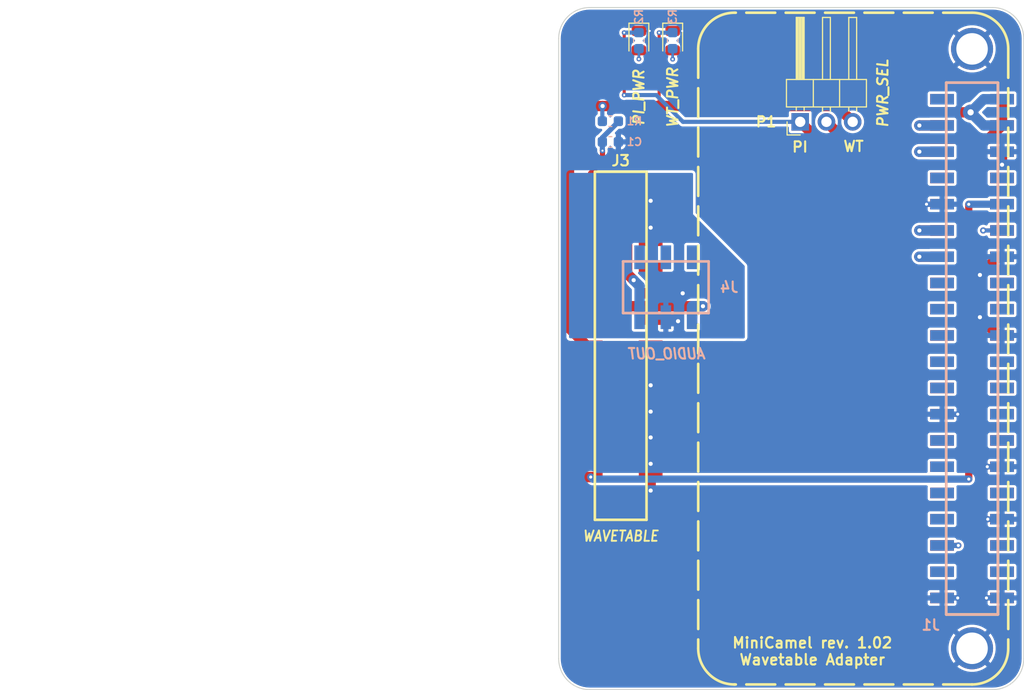
<source format=kicad_pcb>
(kicad_pcb (version 20241229) (generator "pcbnew") (generator_version "9.0")
  (layers (0 "F.Cu" signal) (2 "B.Cu" signal) (13 "F.Paste" user) (15 "B.Paste" user) (5 "F.SilkS" user "F.Silkscreen") (7 "B.SilkS" user "B.Silkscreen") (1 "F.Mask" user) (3 "B.Mask" user) (25 "Edge.Cuts" user))
  (net 0 "")
  (net 1 "Net-(J3-~{RESET})")
  (net 2 "GND")
  (net 3 "VCC")
  (net 4 "/SDA")
  (net 5 "/SCL")
  (net 8 "/MIDI_3.3V")
  (net 9 "/SYNTH_SW")
  (net 11 "/ROM_SW")
  (net 32 "VCC_PI")
  (net 35 "/I2S_BCLK")
  (net 52 "/I2S_LRCLK")
  (net 56 "VCC_WT")
  (net 57 "/AUDIO_L")
  (net 58 "AGND")
  (net 59 "/AUDIO_R")
  (net 70 "Net-(R2--)")
  (net 71 "Net-(R3--)")
  (footprint "Diode_SMD:D_0805_2012Metric" (layer "F.Cu") (at -32.24 -29.8 -90)
    (property "Reference" "D1" (hide yes))
    (property "Value" "PI_PWR" (at 5.5 0 90) (layer "F.SilkS") (effects (font (thickness 0.2) (bold yes) (italic yes))))
    (fp_line (start -1.685 0.96) (end 1 0.96) (stroke (width 0.12)) (layer "F.SilkS"))
    (fp_line (start -1.685 -0.96) (end -1.685 0.96) (stroke (width 0.12)) (layer "F.SilkS"))
    (fp_line (start 1 -0.96) (end -1.685 -0.96) (stroke (width 0.12)) (layer "F.SilkS"))
    (pad "1" smd roundrect (at -0.9375 0 270) (size 0.975 1.4) (layers "F.Cu" "F.Mask" "F.Paste") (net 2 "GND"))
    (pad "2" smd roundrect (at 0.9375 0 270) (size 0.975 1.4) (layers "F.Cu" "F.Mask" "F.Paste") (net 70 "Net-(R2--)"))
  )
  (footprint "SnipE Footprints:H_440_HOLE" (layer "F.Cu") (at 0 29)
    (property "Reference" "H2" (hide yes))
    (property "Value" "H_HOLE" (hide yes))
    (pad "1" thru_hole circle (at 0 0) (size 4.064 4.064) (drill 3.048) (layers "*.Cu" "*.Mask") (net 2 "GND"))
  )
  (footprint "SnipE Footprints:J_CONN_WAVETABLE" (layer "F.Cu") (at -34 1)
    (property "Reference" "J3" (at 0 -19.18 180) (layer "F.SilkS") (effects (font (size 1.016 1.016) (thickness 0.2032))))
    (property "Value" "WAVETABLE" (at 0 17.145 0) (layer "F.SilkS") (effects (font (size 1 0.9) (thickness 0.18) (bold yes) (italic yes))))
    (fp_line (start -2.5 -18.11) (end -2.5 15.57) (stroke (width 0.254)) (layer "F.SilkS"))
    (fp_line (start -2.5 15.57) (end 2.5 15.57) (stroke (width 0.254)) (layer "F.SilkS"))
    (fp_line (start 2.5 -18.11) (end -2.5 -18.11) (stroke (width 0.254)) (layer "F.SilkS"))
    (fp_line (start 2.5 -18.11) (end 2.5 15.57) (stroke (width 0.254)) (layer "F.SilkS"))
    (pad "1" smd rect (at 2.9 13.97) (size 2.3 1.02) (layers "F.Cu" "F.Mask" "F.Paste") (net 2 "GND"))
    (pad "2" smd rect (at -2.9 13.97) (size 2.3 1.02) (layers "F.Cu" "F.Mask" "F.Paste"))
    (pad "3" smd rect (at 2.9 11.43) (size 2.3 1.02) (layers "F.Cu" "F.Mask" "F.Paste") (net 2 "GND"))
    (pad "4" smd rect (at -2.9 11.43) (size 2.3 1.02) (layers "F.Cu" "F.Mask" "F.Paste") (net 8 "/MIDI_3.3V"))
    (pad "5" smd rect (at 2.9 8.89) (size 2.3 1.02) (layers "F.Cu" "F.Mask" "F.Paste") (net 2 "GND"))
    (pad "6" smd rect (at -2.9 8.89) (size 2.3 1.02) (layers "F.Cu" "F.Mask" "F.Paste") (net 56 "VCC_WT"))
    (pad "7" smd rect (at 2.9 6.35) (size 2.3 1.02) (layers "F.Cu" "F.Mask" "F.Paste") (net 2 "GND"))
    (pad "8" smd rect (at -2.9 6.35) (size 2.3 1.02) (layers "F.Cu" "F.Mask" "F.Paste"))
    (pad "9" smd rect (at 2.9 3.81) (size 2.3 1.02) (layers "F.Cu" "F.Mask" "F.Paste") (net 2 "GND"))
    (pad "10" smd rect (at -2.9 3.81) (size 2.3 1.02) (layers "F.Cu" "F.Mask" "F.Paste") (net 56 "VCC_WT"))
    (pad "11" smd rect (at 2.9 1.27) (size 2.3 1.02) (layers "F.Cu" "F.Mask" "F.Paste") (net 2 "GND"))
    (pad "12" smd rect (at -2.9 1.27) (size 2.3 1.02) (layers "F.Cu" "F.Mask" "F.Paste"))
    (pad "13" smd rect (at 2.9 -1.27) (size 2.3 1.02) (layers "F.Cu" "F.Mask" "F.Paste"))
    (pad "14" smd rect (at -2.9 -1.27) (size 2.3 1.02) (layers "F.Cu" "F.Mask" "F.Paste") (net 56 "VCC_WT"))
    (pad "15" smd rect (at 2.9 -3.81) (size 2.3 1.02) (layers "F.Cu" "F.Mask" "F.Paste") (net 58 "AGND"))
    (pad "16" smd rect (at -2.9 -3.81) (size 2.3 1.02) (layers "F.Cu" "F.Mask" "F.Paste"))
    (pad "17" smd rect (at 2.9 -6.35) (size 2.3 1.02) (layers "F.Cu" "F.Mask" "F.Paste") (net 58 "AGND"))
    (pad "18" smd rect (at -2.9 -6.35) (size 2.3 1.02) (layers "F.Cu" "F.Mask" "F.Paste"))
    (pad "19" smd rect (at 2.9 -8.89) (size 2.3 1.02) (layers "F.Cu" "F.Mask" "F.Paste") (net 58 "AGND"))
    (pad "20" smd rect (at -2.9 -8.89) (size 2.3 1.02) (layers "F.Cu" "F.Mask" "F.Paste") (net 57 "/AUDIO_L"))
    (pad "21" smd rect (at 2.9 -11.43) (size 2.3 1.02) (layers "F.Cu" "F.Mask" "F.Paste") (net 58 "AGND"))
    (pad "22" smd rect (at -2.9 -11.43) (size 2.3 1.02) (layers "F.Cu" "F.Mask" "F.Paste"))
    (pad "23" smd rect (at 2.9 -13.97) (size 2.3 1.02) (layers "F.Cu" "F.Mask" "F.Paste") (net 58 "AGND"))
    (pad "24" smd rect (at -2.9 -13.97) (size 2.3 1.02) (layers "F.Cu" "F.Mask" "F.Paste") (net 59 "/AUDIO_R"))
    (pad "25" smd rect (at 2.9 -16.51) (size 2.3 1.02) (layers "F.Cu" "F.Mask" "F.Paste") (net 58 "AGND"))
    (pad "26" smd rect (at -2.9 -16.51) (size 2.3 1.02) (layers "F.Cu" "F.Mask" "F.Paste") (net 1 "Net-(J3-~{RESET})"))
  )
  (footprint "Diode_SMD:D_0805_2012Metric" (layer "F.Cu") (at -28.97 -29.8 -90)
    (property "Reference" "D2" (hide yes))
    (property "Value" "WT_PWR" (at 5.5 0 90) (layer "F.SilkS") (effects (font (thickness 0.2) (bold yes) (italic yes))))
    (fp_line (start -1.685 0.96) (end 1 0.96) (stroke (width 0.12)) (layer "F.SilkS"))
    (fp_line (start -1.685 -0.96) (end -1.685 0.96) (stroke (width 0.12)) (layer "F.SilkS"))
    (fp_line (start 1 -0.96) (end -1.685 -0.96) (stroke (width 0.12)) (layer "F.SilkS"))
    (pad "1" smd roundrect (at -0.9375 0 270) (size 0.975 1.4) (layers "F.Cu" "F.Mask" "F.Paste") (net 2 "GND"))
    (pad "2" smd roundrect (at 0.9375 0 270) (size 0.975 1.4) (layers "F.Cu" "F.Mask" "F.Paste") (net 71 "Net-(R3--)"))
  )
  (footprint "Connector_PinHeader_2.54mm:PinHeader_1x03_P2.54mm_Horizontal" (layer "F.Cu") (at -16.63 -21.94 90)
    (property "Reference" "P1" (at 0 -3.3 180) (layer "F.SilkS") (effects (font (thickness 0.2) (bold yes))))
    (property "Value" "PWR_SEL" (at 2.75 7.99 270) (layer "F.SilkS") (effects (font (thickness 0.2) (bold yes) (italic yes))))
    (fp_line (start 4.1 -1.33) (end 1.44 -1.33) (stroke (width 0.12)) (layer "F.SilkS"))
    (fp_line (start 1.44 -1.33) (end 1.44 6.41) (stroke (width 0.12)) (layer "F.SilkS"))
    (fp_line (start -1.27 -1.27) (end 0 -1.27) (stroke (width 0.12)) (layer "F.SilkS"))
    (fp_line (start 10.1 -0.38) (end 10.1 0.38) (stroke (width 0.12)) (layer "F.SilkS"))
    (fp_line (start 4.1 -0.38) (end 10.1 -0.38) (stroke (width 0.12)) (layer "F.SilkS"))
    (fp_line (start 1.11 -0.38) (end 1.44 -0.38) (stroke (width 0.12)) (layer "F.SilkS"))
    (fp_line (start 4.1 -0.32) (end 10.1 -0.32) (stroke (width 0.12)) (layer "F.SilkS"))
    (fp_line (start 4.1 -0.2) (end 10.1 -0.2) (stroke (width 0.12)) (layer "F.SilkS"))
    (fp_line (start 4.1 -0.08) (end 10.1 -0.08) (stroke (width 0.12)) (layer "F.SilkS"))
    (fp_line (start -1.27 0) (end -1.27 -1.27) (stroke (width 0.12)) (layer "F.SilkS"))
    (fp_line (start 4.1 0.04) (end 10.1 0.04) (stroke (width 0.12)) (layer "F.SilkS"))
    (fp_line (start 4.1 0.16) (end 10.1 0.16) (stroke (width 0.12)) (layer "F.SilkS"))
    (fp_line (start 4.1 0.28) (end 10.1 0.28) (stroke (width 0.12)) (layer "F.SilkS"))
    (fp_line (start 10.1 0.38) (end 4.1 0.38) (stroke (width 0.12)) (layer "F.SilkS"))
    (fp_line (start 1.11 0.38) (end 1.44 0.38) (stroke (width 0.12)) (layer "F.SilkS"))
    (fp_line (start 1.44 1.27) (end 4.1 1.27) (stroke (width 0.12)) (layer "F.SilkS"))
    (fp_line (start 10.1 2.16) (end 10.1 2.92) (stroke (width 0.12)) (layer "F.SilkS"))
    (fp_line (start 4.1 2.16) (end 10.1 2.16) (stroke (width 0.12)) (layer "F.SilkS"))
    (fp_line (start 1.042929 2.16) (end 1.44 2.16) (stroke (width 0.12)) (layer "F.SilkS"))
    (fp_line (start 10.1 2.92) (end 4.1 2.92) (stroke (width 0.12)) (layer "F.SilkS"))
    (fp_line (start 1.042929 2.92) (end 1.44 2.92) (stroke (width 0.12)) (layer "F.SilkS"))
    (fp_line (start 1.44 3.81) (end 4.1 3.81) (stroke (width 0.12)) (layer "F.SilkS"))
    (fp_line (start 10.1 4.7) (end 10.1 5.46) (stroke (width 0.12)) (layer "F.SilkS"))
    (fp_line (start 4.1 4.7) (end 10.1 4.7) (stroke (width 0.12)) (layer "F.SilkS"))
    (fp_line (start 1.042929 4.7) (end 1.44 4.7) (stroke (width 0.12)) (layer "F.SilkS"))
    (fp_line (start 10.1 5.46) (end 4.1 5.46) (stroke (width 0.12)) (layer "F.SilkS"))
    (fp_line (start 1.042929 5.46) (end 1.44 5.46) (stroke (width 0.12)) (layer "F.SilkS"))
    (fp_line (start 4.1 6.41) (end 4.1 -1.33) (stroke (width 0.12)) (layer "F.SilkS"))
    (fp_line (start 1.44 6.41) (end 4.1 6.41) (stroke (width 0.12)) (layer "F.SilkS"))
    (pad "1" thru_hole rect (at 0 0 90) (size 1.7 1.7) (drill 1) (layers "*.Cu" "*.Mask") (net 32 "VCC_PI"))
    (pad "2" thru_hole oval (at 0 2.54 90) (size 1.7 1.7) (drill 1) (layers "*.Cu" "*.Mask") (net 3 "VCC"))
    (pad "3" thru_hole oval (at 0 5.08 90) (size 1.7 1.7) (drill 1) (layers "*.Cu" "*.Mask") (net 56 "VCC_WT"))
  )
  (footprint "SnipE Footprints:J_CONN_RPI_SMD" (layer "F.Cu") (at 0 0)
    (property "Reference" "J2" (hide yes))
    (property "Value" "PI_ZERO" (hide yes))
    (fp_line (start -26.5 -29) (end -26.5 29) (stroke (width 0.254) (type dash)) (layer "F.SilkS"))
    (fp_line (start -2.5 -25.73) (end -2.5 25.73) (stroke (width 0.254)) (layer "F.SilkS"))
    (fp_line (start -2.5 25.73) (end 2.5 25.73) (stroke (width 0.254)) (layer "F.SilkS"))
    (fp_line (start 0 -32.5) (end -23 -32.5) (stroke (width 0.254) (type dash)) (layer "F.SilkS"))
    (fp_line (start 0 32.5) (end -23 32.5) (stroke (width 0.254) (type dash)) (layer "F.SilkS"))
    (fp_line (start 2.5 -25.73) (end -2.5 -25.73) (stroke (width 0.254)) (layer "F.SilkS"))
    (fp_line (start 2.5 -25.73) (end 2.5 25.73) (stroke (width 0.254)) (layer "F.SilkS"))
    (fp_line (start 3.5 -29) (end 3.5 29) (stroke (width 0.254) (type dash)) (layer "F.SilkS"))
    (fp_arc (start -26.5 -29) (mid -25.474874 -31.474874) (end -23 -32.5) (stroke (width 0.254)) (layer "F.SilkS"))
    (fp_arc (start -23 32.5) (mid -25.474874 31.474874) (end -26.5 29) (stroke (width 0.254)) (layer "F.SilkS"))
    (fp_arc (start 0 -32.5) (mid 2.474874 -31.474874) (end 3.5 -29) (stroke (width 0.254)) (layer "F.SilkS"))
    (fp_arc (start 3.5 29) (mid 2.474874 31.474874) (end 0 32.5) (stroke (width 0.254)) (layer "F.SilkS"))
    (pad "1" smd rect (at -2.9 -24.13) (size 2.3 1.02) (layers "F.Cu" "F.Mask" "F.Paste"))
    (pad "2" smd rect (at 2.9 -24.13) (size 2.3 1.02) (layers "F.Cu" "F.Mask" "F.Paste") (net 32 "VCC_PI"))
    (pad "3" smd rect (at -2.9 -21.59) (size 2.3 1.02) (layers "F.Cu" "F.Mask" "F.Paste") (net 4 "/SDA"))
    (pad "4" smd rect (at 2.9 -21.59) (size 2.3 1.02) (layers "F.Cu" "F.Mask" "F.Paste") (net 32 "VCC_PI"))
    (pad "5" smd rect (at -2.9 -19.05) (size 2.3 1.02) (layers "F.Cu" "F.Mask" "F.Paste") (net 5 "/SCL"))
    (pad "6" smd rect (at 2.9 -19.05) (size 2.3 1.02) (layers "F.Cu" "F.Mask" "F.Paste") (net 2 "GND"))
    (pad "7" smd rect (at -2.9 -16.51) (size 2.3 1.02) (layers "F.Cu" "F.Mask" "F.Paste"))
    (pad "8" smd rect (at 2.9 -16.51) (size 2.3 1.02) (layers "F.Cu" "F.Mask" "F.Paste"))
    (pad "9" smd rect (at -2.9 -13.97) (size 2.3 1.02) (layers "F.Cu" "F.Mask" "F.Paste") (net 2 "GND"))
    (pad "10" smd rect (at 2.9 -13.97) (size 2.3 1.02) (layers "F.Cu" "F.Mask" "F.Paste") (net 8 "/MIDI_3.3V"))
    (pad "11" smd rect (at -2.9 -11.43) (size 2.3 1.02) (layers "F.Cu" "F.Mask" "F.Paste") (net 9 "/SYNTH_SW"))
    (pad "12" smd rect (at 2.9 -11.43) (size 2.3 1.02) (layers "F.Cu" "F.Mask" "F.Paste") (net 35 "/I2S_BCLK"))
    (pad "13" smd rect (at -2.9 -8.89) (size 2.3 1.02) (layers "F.Cu" "F.Mask" "F.Paste") (net 11 "/ROM_SW"))
    (pad "14" smd rect (at 2.9 -8.89) (size 2.3 1.02) (layers "F.Cu" "F.Mask" "F.Paste") (net 2 "GND"))
    (pad "15" smd rect (at -2.9 -6.35) (size 2.3 1.02) (layers "F.Cu" "F.Mask" "F.Paste"))
    (pad "16" smd rect (at 2.9 -6.35) (size 2.3 1.02) (layers "F.Cu" "F.Mask" "F.Paste"))
    (pad "17" smd rect (at -2.9 -3.81) (size 2.3 1.02) (layers "F.Cu" "F.Mask" "F.Paste"))
    (pad "18" smd rect (at 2.9 -3.81) (size 2.3 1.02) (layers "F.Cu" "F.Mask" "F.Paste"))
    (pad "19" smd rect (at -2.9 -1.27) (size 2.3 1.02) (layers "F.Cu" "F.Mask" "F.Paste"))
    (pad "20" smd rect (at 2.9 -1.27) (size 2.3 1.02) (layers "F.Cu" "F.Mask" "F.Paste") (net 2 "GND"))
    (pad "21" smd rect (at -2.9 1.27) (size 2.3 1.02) (layers "F.Cu" "F.Mask" "F.Paste"))
    (pad "22" smd rect (at 2.9 1.27) (size 2.3 1.02) (layers "F.Cu" "F.Mask" "F.Paste"))
    (pad "23" smd rect (at -2.9 3.81) (size 2.3 1.02) (layers "F.Cu" "F.Mask" "F.Paste"))
    (pad "24" smd rect (at 2.9 3.81) (size 2.3 1.02) (layers "F.Cu" "F.Mask" "F.Paste"))
    (pad "25" smd rect (at -2.9 6.35) (size 2.3 1.02) (layers "F.Cu" "F.Mask" "F.Paste") (net 2 "GND"))
    (pad "26" smd rect (at 2.9 6.35) (size 2.3 1.02) (layers "F.Cu" "F.Mask" "F.Paste"))
    (pad "27" smd rect (at -2.9 8.89) (size 2.3 1.02) (layers "F.Cu" "F.Mask" "F.Paste"))
    (pad "28" smd rect (at 2.9 8.89) (size 2.3 1.02) (layers "F.Cu" "F.Mask" "F.Paste"))
    (pad "29" smd rect (at -2.9 11.43) (size 2.3 1.02) (layers "F.Cu" "F.Mask" "F.Paste"))
    (pad "30" smd rect (at 2.9 11.43) (size 2.3 1.02) (layers "F.Cu" "F.Mask" "F.Paste") (net 2 "GND"))
    (pad "31" smd rect (at -2.9 13.97) (size 2.3 1.02) (layers "F.Cu" "F.Mask" "F.Paste"))
    (pad "32" smd rect (at 2.9 13.97) (size 2.3 1.02) (layers "F.Cu" "F.Mask" "F.Paste"))
    (pad "33" smd rect (at -2.9 16.51) (size 2.3 1.02) (layers "F.Cu" "F.Mask" "F.Paste"))
    (pad "34" smd rect (at 2.9 16.51) (size 2.3 1.02) (layers "F.Cu" "F.Mask" "F.Paste") (net 2 "GND"))
    (pad "35" smd rect (at -2.9 19.05) (size 2.3 1.02) (layers "F.Cu" "F.Mask" "F.Paste") (net 52 "/I2S_LRCLK"))
    (pad "36" smd rect (at 2.9 19.05) (size 2.3 1.02) (layers "F.Cu" "F.Mask" "F.Paste"))
    (pad "37" smd rect (at -2.9 21.59) (size 2.3 1.02) (layers "F.Cu" "F.Mask" "F.Paste"))
    (pad "38" smd rect (at 2.9 21.59) (size 2.3 1.02) (layers "F.Cu" "F.Mask" "F.Paste"))
    (pad "39" smd rect (at -2.9 24.13) (size 2.3 1.02) (layers "F.Cu" "F.Mask" "F.Paste") (net 2 "GND"))
    (pad "40" smd rect (at 2.9 24.13) (size 2.3 1.02) (layers "F.Cu" "F.Mask" "F.Paste") (net 2 "GND"))
  )
  (footprint "SnipE Footprints:H_440_HOLE" (layer "F.Cu") (at 0 -29)
    (property "Reference" "H1" (hide yes))
    (property "Value" "H_HOLE" (hide yes))
    (pad "1" thru_hole circle (at 0 0) (size 4.064 4.064) (drill 3.048) (layers "*.Cu" "*.Mask") (net 2 "GND"))
  )
  (footprint "SnipE Footprints:P_CONN_02X03_SMD" (layer "B.Cu") (at -29.63 -5.935 90)
    (property "Reference" "J4" (at 0 6.13 0) (layer "B.SilkS") (effects (font (size 1.016 1.016) (thickness 0.2032)) (justify mirror)))
    (property "Value" "AUDIO_OUT" (at -6.435 0.13 0) (layer "B.SilkS") (effects (font (size 1.016 0.9144) (thickness 0.2032) (italic yes)) (justify mirror)))
    (fp_line (start -2.5 -4.14) (end 2.5 -4.14) (stroke (width 0.254)) (layer "B.SilkS"))
    (fp_line (start 2.5 4.14) (end 2.5 -4.14) (stroke (width 0.254)) (layer "B.SilkS"))
    (fp_line (start 2.5 4.14) (end -2.5 4.14) (stroke (width 0.254)) (layer "B.SilkS"))
    (fp_line (start -2.5 4.14) (end -2.5 -4.14) (stroke (width 0.254)) (layer "B.SilkS"))
    (pad "1" smd rect (at -2.9 2.54 90) (size 2.3 1.02) (layers "B.Cu" "B.Mask" "B.Paste") (net 57 "/AUDIO_L"))
    (pad "2" smd rect (at -2.9 0 90) (size 2.3 1.02) (layers "B.Cu" "B.Mask" "B.Paste") (net 58 "AGND"))
    (pad "3" smd rect (at -2.9 -2.54 90) (size 2.3 1.02) (layers "B.Cu" "B.Mask" "B.Paste") (net 59 "/AUDIO_R"))
    (pad "4" smd rect (at 2.9 -2.54 90) (size 2.3 1.02) (layers "B.Cu" "B.Mask" "B.Paste"))
    (pad "5" smd rect (at 2.9 0 90) (size 2.3 1.02) (layers "B.Cu" "B.Mask" "B.Paste"))
    (pad "6" smd rect (at 2.9 2.54 90) (size 2.3 1.02) (layers "B.Cu" "B.Mask" "B.Paste"))
  )
  (footprint "SnipE Footprints:R_0603_1608Metric" (layer "B.Cu") (at -32.24 -29.8 -90)
    (property "Reference" "R2" (at -1.48 0 90) (layer "B.SilkS") (effects (font (size 0.75 0.75) (thickness 0.15) (bold yes)) (justify right mirror)))
    (property "Value" "1.5k" (hide yes))
    (fp_line (start 0.14058 0.51) (end -0.14058 0.51) (stroke (width 0.12)) (layer "B.SilkS"))
    (fp_line (start 0.14058 -0.51) (end -0.14058 -0.51) (stroke (width 0.12)) (layer "B.SilkS"))
    (pad "1" smd roundrect (at -0.775 0 270) (size 0.9 0.95) (layers "B.Cu" "B.Mask" "B.Paste") (net 32 "VCC_PI"))
    (pad "2" smd roundrect (at 0.775 0 270) (size 0.9 0.95) (layers "B.Cu" "B.Mask" "B.Paste") (net 70 "Net-(R2--)"))
  )
  (footprint "SnipE Footprints:C_0603_1608Metric" (layer "B.Cu") (at -35 -20)
    (property "Reference" "C1" (at 1.5 0 0) (layer "B.SilkS") (effects (font (size 0.75 0.75) (thickness 0.15) (bold yes)) (justify right mirror)))
    (property "Value" "10uF" (hide yes))
    (fp_line (start 0.14058 -0.51) (end -0.14058 -0.51) (stroke (width 0.12)) (layer "B.SilkS"))
    (fp_line (start 0.14058 0.51) (end -0.14058 0.51) (stroke (width 0.12)) (layer "B.SilkS"))
    (pad "1" smd roundrect (at -0.775 0) (size 0.9 0.95) (layers "B.Cu" "B.Mask" "B.Paste") (net 1 "Net-(J3-~{RESET})"))
    (pad "2" smd roundrect (at 0.775 0) (size 0.9 0.95) (layers "B.Cu" "B.Mask" "B.Paste") (net 2 "GND"))
  )
  (footprint "SnipE Footprints:R_0603_1608Metric" (layer "B.Cu") (at -28.97 -29.8 -90)
    (property "Reference" "R3" (at -1.48 0 90) (layer "B.SilkS") (effects (font (size 0.75 0.75) (thickness 0.15) (bold yes)) (justify right mirror)))
    (property "Value" "1.5k" (hide yes))
    (fp_line (start 0.14058 0.51) (end -0.14058 0.51) (stroke (width 0.12)) (layer "B.SilkS"))
    (fp_line (start 0.14058 -0.51) (end -0.14058 -0.51) (stroke (width 0.12)) (layer "B.SilkS"))
    (pad "1" smd roundrect (at -0.775 0 270) (size 0.9 0.95) (layers "B.Cu" "B.Mask" "B.Paste") (net 56 "VCC_WT"))
    (pad "2" smd roundrect (at 0.775 0 270) (size 0.9 0.95) (layers "B.Cu" "B.Mask" "B.Paste") (net 71 "Net-(R3--)"))
  )
  (footprint "SnipE Footprints:R_0603_1608Metric" (layer "B.Cu") (at -35 -22 180)
    (property "Reference" "R1" (at -1.5 0 0) (layer "B.SilkS") (effects (font (size 0.75 0.75) (thickness 0.15) (bold yes)) (justify right mirror)))
    (property "Value" "10k" (hide yes))
    (fp_line (start 0.14058 0.51) (end -0.14058 0.51) (stroke (width 0.12)) (layer "B.SilkS"))
    (fp_line (start 0.14058 -0.51) (end -0.14058 -0.51) (stroke (width 0.12)) (layer "B.SilkS"))
    (pad "1" smd roundrect (at -0.775 0 180) (size 0.9 0.95) (layers "B.Cu" "B.Mask" "B.Paste") (net 1 "Net-(J3-~{RESET})"))
    (pad "2" smd roundrect (at 0.775 0 180) (size 0.9 0.95) (layers "B.Cu" "B.Mask" "B.Paste") (net 56 "VCC_WT"))
  )
  (footprint "SnipE Footprints:J_CONN_RPI_MIRRORED_SMD" (layer "B.Cu") (at 0 0 180)
    (property "Reference" "J1" (at 4 -26.75 0) (layer "B.SilkS") (effects (font (size 1.016 1.016) (thickness 0.2032)) (justify mirror)))
    (property "Value" "TINYLLAMA_PI_CONN" (hide yes))
    (fp_line (start 2.5 25.73) (end 2.5 -25.73) (stroke (width 0.254)) (layer "B.SilkS"))
    (fp_line (start 2.5 25.73) (end -2.5 25.73) (stroke (width 0.254)) (layer "B.SilkS"))
    (fp_line (start -2.5 25.73) (end -2.5 -25.73) (stroke (width 0.254)) (layer "B.SilkS"))
    (fp_line (start -2.5 -25.73) (end 2.5 -25.73) (stroke (width 0.254)) (layer "B.SilkS"))
    (pad "1" smd rect (at 2.9 24.13 180) (size 2.3 1.02) (layers "B.Cu" "B.Mask" "B.Paste"))
    (pad "2" smd rect (at -2.9 24.13 180) (size 2.3 1.02) (layers "B.Cu" "B.Mask" "B.Paste") (net 3 "VCC"))
    (pad "3" smd rect (at 2.9 21.59 180) (size 2.3 1.02) (layers "B.Cu" "B.Mask" "B.Paste") (net 4 "/SDA"))
    (pad "4" smd rect (at -2.9 21.59 180) (size 2.3 1.02) (layers "B.Cu" "B.Mask" "B.Paste") (net 3 "VCC"))
    (pad "5" smd rect (at 2.9 19.05 180) (size 2.3 1.02) (layers "B.Cu" "B.Mask" "B.Paste") (net 5 "/SCL"))
    (pad "6" smd rect (at -2.9 19.05 180) (size 2.3 1.02) (layers "B.Cu" "B.Mask" "B.Paste") (net 2 "GND"))
    (pad "7" smd rect (at 2.9 16.51 180) (size 2.3 1.02) (layers "B.Cu" "B.Mask" "B.Paste"))
    (pad "8" smd rect (at -2.9 16.51 180) (size 2.3 1.02) (layers "B.Cu" "B.Mask" "B.Paste"))
    (pad "9" smd rect (at 2.9 13.97 180) (size 2.3 1.02) (layers "B.Cu" "B.Mask" "B.Paste") (net 2 "GND"))
    (pad "10" smd rect (at -2.9 13.97 180) (size 2.3 1.02) (layers "B.Cu" "B.Mask" "B.Paste") (net 8 "/MIDI_3.3V"))
    (pad "11" smd rect (at 2.9 11.43 180) (size 2.3 1.02) (layers "B.Cu" "B.Mask" "B.Paste") (net 9 "/SYNTH_SW"))
    (pad "12" smd rect (at -2.9 11.43 180) (size 2.3 1.02) (layers "B.Cu" "B.Mask" "B.Paste") (net 35 "/I2S_BCLK"))
    (pad "13" smd rect (at 2.9 8.89 180) (size 2.3 1.02) (layers "B.Cu" "B.Mask" "B.Paste") (net 11 "/ROM_SW"))
    (pad "14" smd rect (at -2.9 8.89 180) (size 2.3 1.02) (layers "B.Cu" "B.Mask" "B.Paste") (net 2 "GND"))
    (pad "15" smd rect (at 2.9 6.35 180) (size 2.3 1.02) (layers "B.Cu" "B.Mask" "B.Paste"))
    (pad "16" smd rect (at -2.9 6.35 180) (size 2.3 1.02) (layers "B.Cu" "B.Mask" "B.Paste"))
    (pad "17" smd rect (at 2.9 3.81 180) (size 2.3 1.02) (layers "B.Cu" "B.Mask" "B.Paste"))
    (pad "18" smd rect (at -2.9 3.81 180) (size 2.3 1.02) (layers "B.Cu" "B.Mask" "B.Paste"))
    (pad "19" smd rect (at 2.9 1.27 180) (size 2.3 1.02) (layers "B.Cu" "B.Mask" "B.Paste"))
    (pad "20" smd rect (at -2.9 1.27 180) (size 2.3 1.02) (layers "B.Cu" "B.Mask" "B.Paste") (net 2 "GND"))
    (pad "21" smd rect (at 2.9 -1.27 180) (size 2.3 1.02) (layers "B.Cu" "B.Mask" "B.Paste"))
    (pad "22" smd rect (at -2.9 -1.27 180) (size 2.3 1.02) (layers "B.Cu" "B.Mask" "B.Paste"))
    (pad "23" smd rect (at 2.9 -3.81 180) (size 2.3 1.02) (layers "B.Cu" "B.Mask" "B.Paste"))
    (pad "24" smd rect (at -2.9 -3.81 180) (size 2.3 1.02) (layers "B.Cu" "B.Mask" "B.Paste"))
    (pad "25" smd rect (at 2.9 -6.35 180) (size 2.3 1.02) (layers "B.Cu" "B.Mask" "B.Paste") (net 2 "GND"))
    (pad "26" smd rect (at -2.9 -6.35 180) (size 2.3 1.02) (layers "B.Cu" "B.Mask" "B.Paste"))
    (pad "27" smd rect (at 2.9 -8.89 180) (size 2.3 1.02) (layers "B.Cu" "B.Mask" "B.Paste"))
    (pad "28" smd rect (at -2.9 -8.89 180) (size 2.3 1.02) (layers "B.Cu" "B.Mask" "B.Paste"))
    (pad "29" smd rect (at 2.9 -11.43 180) (size 2.3 1.02) (layers "B.Cu" "B.Mask" "B.Paste"))
    (pad "30" smd rect (at -2.9 -11.43 180) (size 2.3 1.02) (layers "B.Cu" "B.Mask" "B.Paste") (net 2 "GND"))
    (pad "31" smd rect (at 2.9 -13.97 180) (size 2.3 1.02) (layers "B.Cu" "B.Mask" "B.Paste"))
    (pad "32" smd rect (at -2.9 -13.97 180) (size 2.3 1.02) (layers "B.Cu" "B.Mask" "B.Paste"))
    (pad "33" smd rect (at 2.9 -16.51 180) (size 2.3 1.02) (layers "B.Cu" "B.Mask" "B.Paste"))
    (pad "34" smd rect (at -2.9 -16.51 180) (size 2.3 1.02) (layers "B.Cu" "B.Mask" "B.Paste") (net 2 "GND"))
    (pad "35" smd rect (at 2.9 -19.05 180) (size 2.3 1.02) (layers "B.Cu" "B.Mask" "B.Paste") (net 52 "/I2S_LRCLK"))
    (pad "36" smd rect (at -2.9 -19.05 180) (size 2.3 1.02) (layers "B.Cu" "B.Mask" "B.Paste"))
    (pad "37" smd rect (at 2.9 -21.59 180) (size 2.3 1.02) (layers "B.Cu" "B.Mask" "B.Paste"))
    (pad "38" smd rect (at -2.9 -21.59 180) (size 2.3 1.02) (layers "B.Cu" "B.Mask" "B.Paste"))
    (pad "39" smd rect (at 2.9 -24.13 180) (size 2.3 1.02) (layers "B.Cu" "B.Mask" "B.Paste") (net 2 "GND"))
    (pad "40" smd rect (at -2.9 -24.13 180) (size 2.3 1.02) (layers "B.Cu" "B.Mask" "B.Paste") (net 2 "GND"))
  )
  (gr_arc (start -40 -30) (mid -39.12132 -32.12132) (end -37 -33) (stroke (width 0.1)) (layer "Edge.Cuts"))
  (gr_line (start 5 30) (end 5 -30) (stroke (width 0.1)) (layer "Edge.Cuts"))
  (gr_arc (start 5 30) (mid 4.12132 32.12132) (end 2 33) (stroke (width 0.1)) (layer "Edge.Cuts"))
  (gr_line (start -37 33) (end 2 33) (stroke (width 0.1)) (layer "Edge.Cuts"))
  (gr_line (start -37 -33) (end 2 -33) (stroke (width 0.1)) (layer "Edge.Cuts"))
  (gr_line (start -40 30) (end -40 -30) (stroke (width 0.1)) (layer "Edge.Cuts"))
  (gr_arc (start -37 33) (mid -39.12132 32.12132) (end -40 30) (stroke (width 0.1)) (layer "Edge.Cuts"))
  (gr_arc (start 2 -33) (mid 4.12132 -32.12132) (end 5 -30) (stroke (width 0.1)) (layer "Edge.Cuts"))
  (gr_text "PI" (at -17.52 -18.92 0) (layer "F.SilkS") (effects (font (size 1 1) (thickness 0.2) (bold yes)) (justify left bottom)))
  (gr_text "WT" (at -12.55 -18.98 0) (layer "F.SilkS") (effects (font (size 1 1) (thickness 0.2) (bold yes)) (justify left bottom)))
  (gr_text "MiniCamel rev. 1.02\nWavetable Adapter" (at -15.46 29.29 0) (layer "F.SilkS") (effects (font (size 1.016 1.016) (thickness 0.2032) (bold yes))))
  (segment (start -36.9 -16.98) (end -35.76 -18.12) (width 0.5) (layer "F.Cu") (net 1))
  (segment (start -36.9 -15.51) (end -36.9 -16.98) (width 0.5) (layer "F.Cu") (net 1))
  (segment (start -35.76 -18.12) (end -35.76 -19.15) (width 0.5) (layer "F.Cu") (net 1))
  (via (at -35.76 -19.15) (size 0.46) (drill 0.2) (layers "F.Cu" "B.Cu") (net 1))
  (segment (start -35.76 -19.15) (end -35.775 -19.165) (width 0.5) (layer "B.Cu") (net 1))
  (segment (start -35.775 -20.4) (end -34.175 -22) (width 0.5) (layer "B.Cu") (net 1))
  (segment (start -35.775 -20) (end -35.775 -20.4) (width 0.5) (layer "B.Cu") (net 1))
  (segment (start -35.775 -19.165) (end -35.775 -20) (width 0.5) (layer "B.Cu") (net 1))
  (segment (start 2.9 24.13) (end 1.39 24.13) (width 0.5) (layer "F.Cu") (net 2))
  (segment (start 2.526 -1.27) (end 0.76 -3.036) (width 1) (layer "F.Cu") (net 2))
  (segment (start -31.1 9.89) (end -31.1 8.6) (width 1) (layer "F.Cu") (net 2))
  (segment (start 1.52 16.51) (end 2.9 16.51) (width 0.5) (layer "F.Cu") (net 2))
  (segment (start -31.1 8.6) (end -31.1 7.35) (width 1) (layer "F.Cu") (net 2))
  (segment (start -31.1 11.15) (end -31.1 9.89) (width 1) (layer "F.Cu") (net 2))
  (segment (start -32.24 -30.7375) (end -31.1925 -30.7375) (width 0.25) (layer "F.Cu") (net 2))
  (segment (start -31.1 12.43) (end -31.1 11.15) (width 1) (layer "F.Cu") (net 2))
  (segment (start 0.76 -7.124) (end 2.526 -8.89) (width 1) (layer "F.Cu") (net 2))
  (segment (start -31.1 4.81) (end -31.1 2.27) (width 1) (layer "F.Cu") (net 2))
  (segment (start -1.39 6.35) (end -2.9 6.35) (width 0.5) (layer "F.Cu") (net 2))
  (segment (start 0.76 -3.036) (end 0.76 -7.124) (width 1) (layer "F.Cu") (net 2))
  (segment (start 1.47 11.43) (end 2.9 11.43) (width 0.5) (layer "F.Cu") (net 2))
  (segment (start -1.39 24.13) (end -2.9 24.13) (width 0.5) (layer "F.Cu") (net 2))
  (segment (start -28.05 -30.73) (end -28.9675 -30.73) (width 0.25) (layer "F.Cu") (net 2))
  (segment (start -31.1925 -30.7375) (end -31.19 -30.74) (width 0.127) (layer "F.Cu") (net 2))
  (segment (start -31.1 6.1) (end -31.1 4.81) (width 1) (layer "F.Cu") (net 2))
  (segment (start 2.9 -1.27) (end 2.526 -1.27) (width 1) (layer "F.Cu") (net 2))
  (segment (start -31.1 14.97) (end -31.1 12.43) (width 1) (layer "F.Cu") (net 2))
  (segment (start -28.9675 -30.73) (end -28.97 -30.7275) (width 0.25) (layer "F.Cu") (net 2))
  (segment (start -4.41 -13.97) (end -2.9 -13.97) (width 0.5) (layer "F.Cu") (net 2))
  (segment (start 2.526 -8.89) (end 2.9 -8.89) (width 1) (layer "F.Cu") (net 2))
  (segment (start -31.1 7.35) (end -31.1 6.1) (width 1) (layer "F.Cu") (net 2))
  (segment (start 2.9 -19.05) (end 2.9 -17.79) (width 1) (layer "F.Cu") (net 2))
  (via (at -31.1 11.15) (size 1) (drill 0.4) (layers "F.Cu" "B.Cu") (net 2))
  (via (at -31.1 13.74) (size 1) (drill 0.4) (layers "F.Cu" "B.Cu") (net 2))
  (via (at 1.52 16.51) (size 0.6) (drill 0.3) (layers "F.Cu" "B.Cu") (net 2))
  (via (at -1.39 24.13) (size 0.6) (drill 0.3) (layers "F.Cu" "B.Cu") (net 2))
  (via (at -4.41 -13.97) (size 0.6) (drill 0.3) (layers "F.Cu" "B.Cu") (net 2))
  (via (at -1.39 6.35) (size 0.6) (drill 0.3) (layers "F.Cu" "B.Cu") (net 2))
  (via (at -31.19 -30.74) (size 0.46) (drill 0.2) (layers "F.Cu" "B.Cu") (net 2))
  (via (at 0.76 -3.036) (size 1) (drill 0.4) (layers "F.Cu" "B.Cu") (net 2))
  (via (at -28.05 -30.73) (size 0.46) (drill 0.2) (layers "F.Cu" "B.Cu") (net 2))
  (via (at -31.1 3.55) (size 1) (drill 0.4) (layers "F.Cu" "B.Cu") (net 2))
  (via (at -31.1 6.1) (size 1) (drill 0.4) (layers "F.Cu" "B.Cu") (net 2))
  (via (at -31.1 8.6) (size 1) (drill 0.4) (layers "F.Cu" "B.Cu") (net 2))
  (via (at 2.9 -17.79) (size 1) (drill 0.4) (layers "F.Cu" "B.Cu") (net 2))
  (via (at 1.39 24.13) (size 0.6) (drill 0.3) (layers "F.Cu" "B.Cu") (net 2))
  (via (at 1.47 11.43) (size 0.6) (drill 0.3) (layers "F.Cu" "B.Cu") (net 2))
  (via (at 0.76 -7.124) (size 1) (drill 0.4) (layers "F.Cu" "B.Cu") (net 2))
  (segment (start -2.9 24.13) (end -1.39 24.13) (width 0.5) (layer "B.Cu") (net 2))
  (segment (start -1.39 6.35) (end -2.9 6.35) (width 0.5) (layer "B.Cu") (net 2))
  (segment (start 2.9 11.43) (end 1.47 11.43) (width 0.5) (layer "B.Cu") (net 2))
  (segment (start -34.22 -19.995) (end -34.225 -20) (width 0.5) (layer "B.Cu") (net 2))
  (segment (start 1.39 24.13) (end 2.9 24.13) (width 0.5) (layer "B.Cu") (net 2))
  (segment (start -34.22 -19.25) (end -34.22 -19.995) (width 0.5) (layer "B.Cu") (net 2))
  (segment (start -2.9 -13.97) (end -4.41 -13.97) (width 0.5) (layer "B.Cu") (net 2))
  (segment (start 2.9 16.51) (end 1.52 16.51) (width 0.5) (layer "B.Cu") (net 2))
  (segment (start -12.44 -20.29) (end -8.78 -20.29) (width 1) (layer "F.Cu") (net 3))
  (segment (start -6.21 -22.86) (end -0.14 -22.86) (width 1) (layer "F.Cu") (net 3))
  (segment (start -14.09 -21.94) (end -12.44 -20.29) (width 1) (layer "F.Cu") (net 3))
  (segment (start -8.78 -20.29) (end -6.21 -22.86) (width 1) (layer "F.Cu") (net 3))
  (via (at -0.14 -22.86) (size 1.5) (drill 0.6) (layers "F.Cu" "B.Cu") (net 3))
  (segment (start 1.13 -24.13) (end -0.14 -22.86) (width 1) (layer "B.Cu") (net 3))
  (segment (start 2.9 -21.59) (end 1.13 -21.59) (width 1) (layer "B.Cu") (net 3))
  (segment (start 1.13 -21.59) (end -0.14 -22.86) (width 1) (layer "B.Cu") (net 3))
  (segment (start 2.9 -24.13) (end 1.13 -24.13) (width 1) (layer "B.Cu") (net 3))
  (segment (start -2.9 -21.59) (end -5.1 -21.59) (width 1) (layer "F.Cu") (net 4))
  (via (at -5.1 -21.59) (size 1) (drill 0.4) (layers "F.Cu" "B.Cu") (net 4))
  (segment (start -5.1 -21.59) (end -2.9 -21.59) (width 1) (layer "B.Cu") (net 4))
  (segment (start -2.9 -19.05) (end -5.1 -19.05) (width 1) (layer "F.Cu") (net 5))
  (via (at -5.1 -19.05) (size 1) (drill 0.4) (layers "F.Cu" "B.Cu") (net 5))
  (segment (start -5.1 -19.05) (end -2.9 -19.05) (width 1) (layer "B.Cu") (net 5))
  (segment (start -36.54 12.43) (end -36.9 12.43) (width 0.5) (layer "F.Cu") (net 8))
  (segment (start -0.32 12.63) (end -0.32 -13.96) (width 0.7) (layer "F.Cu") (net 8))
  (via (at -36.9 12.43) (size 0.6) (drill 0.3) (layers "F.Cu" "B.Cu") (net 8))
  (via (at -0.32 -13.96) (size 0.6) (drill 0.3) (layers "F.Cu" "B.Cu") (net 8))
  (via (at -0.32 12.63) (size 0.6) (drill 0.3) (layers "F.Cu" "B.Cu") (net 8))
  (segment (start -36.9 12.43) (end -36.7 12.63) (width 0.7) (layer "B.Cu") (net 8))
  (segment (start -36.7 12.63) (end -0.32 12.63) (width 0.7) (layer "B.Cu") (net 8))
  (segment (start -0.31 -13.97) (end 2.9 -13.97) (width 0.7) (layer "B.Cu") (net 8))
  (segment (start -2.9 -11.43) (end -5.1 -11.43) (width 1) (layer "F.Cu") (net 9))
  (via (at -5.1 -11.43) (size 1) (drill 0.4) (layers "F.Cu" "B.Cu") (net 9))
  (segment (start -5.1 -11.43) (end -2.9 -11.43) (width 1) (layer "B.Cu") (net 9))
  (segment (start -2.9 -8.89) (end -5.1 -8.89) (width 1) (layer "F.Cu") (net 11))
  (via (at -5.1 -8.89) (size 1) (drill 0.4) (layers "F.Cu" "B.Cu") (net 11))
  (segment (start -5.1 -8.89) (end -2.9 -8.89) (width 1) (layer "B.Cu") (net 11))
  (segment (start 2.9 -21.59) (end 2.9 -24.13) (width 1) (layer "F.Cu") (net 32))
  (segment (start -6.21 -20.31) (end 1.62 -20.31) (width 1) (layer "F.Cu") (net 32))
  (segment (start -33.66 -24.53) (end -33.66 -30.568347) (width 0.3) (layer "F.Cu") (net 32))
  (segment (start -13.57 -18.88) (end -7.64 -18.88) (width 1) (layer "F.Cu") (net 32))
  (segment (start 1.62 -20.31) (end 2.9 -21.59) (width 1) (layer "F.Cu") (net 32))
  (segment (start -16.63 -21.94) (end -13.57 -18.88) (width 1) (layer "F.Cu") (net 32))
  (segment (start -7.64 -18.88) (end -6.21 -20.31) (width 1) (layer "F.Cu") (net 32))
  (via (at -33.66 -24.53) (size 0.46) (drill 0.2) (layers "F.Cu" "B.Cu") (net 32))
  (via (at -33.66 -30.568347) (size 0.46) (drill 0.2) (layers "F.Cu" "B.Cu") (net 32))
  (segment (start -27.97 -21.94) (end -16.63 -21.94) (width 0.4) (layer "B.Cu") (net 32))
  (segment (start -33.653347 -30.575) (end -32.24 -30.575) (width 0.4) (layer "B.Cu") (net 32))
  (segment (start -33.66 -24.53) (end -30.56 -24.53) (width 0.4) (layer "B.Cu") (net 32))
  (segment (start -30.56 -24.53) (end -27.97 -21.94) (width 0.4) (layer "B.Cu") (net 32))
  (segment (start -33.66 -30.568347) (end -33.653347 -30.575) (width 0.4) (layer "B.Cu") (net 32))
  (segment (start 2.59 -11.43) (end 2.9 -11.43) (width 0.4) (layer "F.Cu") (net 35))
  (segment (start 2.9 -11.43) (end 1.08 -11.43) (width 0.4) (layer "F.Cu") (net 35))
  (via (at 1.08 -11.43) (size 0.6) (drill 0.3) (layers "F.Cu" "B.Cu") (net 35))
  (segment (start 1.08 -11.43) (end 2.9 -11.43) (width 0.4) (layer "B.Cu") (net 35))
  (segment (start -1.33 19.05) (end -2.9 19.05) (width 0.5) (layer "F.Cu") (net 52))
  (via (at -1.33 19.05) (size 0.6) (drill 0.3) (layers "F.Cu" "B.Cu") (net 52))
  (segment (start -1.33 19.05) (end -2.9 19.05) (width 0.5) (layer "B.Cu") (net 52))
  (segment (start -39 1.456) (end -39 3.084) (width 1) (layer "F.Cu") (net 56))
  (segment (start -30.28 -30.565319) (end -30.28 -23.65) (width 0.3) (layer "F.Cu") (net 56))
  (segment (start -39 6.536) (end -39 8.75) (width 1) (layer "F.Cu") (net 56))
  (segment (start -36.84 -23.47) (end -39 -21.31) (width 1) (layer "F.Cu") (net 56))
  (segment (start -36.9 4.81) (end -37.274 4.81) (width 1) (layer "F.Cu") (net 56))
  (segment (start -39 8.75) (end -37.86 9.89) (width 1) (layer "F.Cu") (net 56))
  (segment (start -13.08 -23.47) (end -11.55 -21.94) (width 1) (layer "F.Cu") (net 56))
  (segment (start -37.274 4.81) (end -39 6.536) (width 1) (layer "F.Cu") (net 56))
  (segment (start -37.86 9.89) (end -36.9 9.89) (width 1) (layer "F.Cu") (net 56))
  (segment (start -35.75 -23.47) (end -36.84 -23.47) (width 1) (layer "F.Cu") (net 56))
  (segment (start -39 3.084) (end -37.274 4.81) (width 1) (layer "F.Cu") (net 56))
  (segment (start -39 -21.31) (end -39 -1.996) (width 1) (layer "F.Cu") (net 56))
  (segment (start -36.9 -0.27) (end -37.274 -0.27) (width 1) (layer "F.Cu") (net 56))
  (segment (start -39 -1.996) (end -37.274 -0.27) (width 1) (layer "F.Cu") (net 56))
  (segment (start -35.75 -23.47) (end -13.08 -23.47) (width 1) (layer "F.Cu") (net 56))
  (segment (start -37.274 -0.27) (end -39 1.456) (width 1) (layer "F.Cu") (net 56))
  (via (at -35.75 -23.47) (size 0.8) (drill 0.4) (layers "F.Cu" "B.Cu") (net 56))
  (via (at -30.28 -30.565319) (size 0.46) (drill 0.2) (layers "F.Cu" "B.Cu") (net 56))
  (segment (start -35.775 -23.445) (end -35.775 -22) (width 0.4) (layer "B.Cu") (net 56))
  (segment (start -30.026999 -30.565319) (end -30.28 -30.565319) (width 0.127) (layer "B.Cu") (net 56))
  (segment (start -35.75 -23.47) (end -35.775 -23.445) (width 0.4) (layer "B.Cu") (net 56))
  (segment (start -30.28 -30.565319) (end -28.979681 -30.565319) (width 0.4) (layer "B.Cu") (net 56))
  (segment (start -28.979681 -30.565319) (end -28.97 -30.575) (width 0.4) (layer "B.Cu") (net 56))
  (segment (start -26.04 -4.1) (end -33.32 -4.1) (width 1) (layer "F.Cu") (net 57))
  (segment (start -34.507 -7.457) (end -34.94 -7.89) (width 1) (layer "F.Cu") (net 57))
  (segment (start -34.94 -7.89) (end -36.9 -7.89) (width 1) (layer "F.Cu") (net 57))
  (segment (start -34.507 -5.287) (end -34.507 -7.457) (width 1) (layer "F.Cu") (net 57))
  (segment (start -33.32 -4.1) (end -34.507 -5.287) (width 1) (layer "F.Cu") (net 57))
  (via (at -26.04 -4.1) (size 1) (drill 0.4) (layers "F.Cu" "B.Cu") (net 57))
  (segment (start -26.04 -4.1) (end -27.09 -4.1) (width 1) (layer "B.Cu") (net 57))
  (segment (start -27.09 -4.1) (end -27.09 -3.035) (width 1) (layer "B.Cu") (net 57))
  (segment (start -31.1 -14.3) (end -31.1 -15.51) (width 1) (layer "F.Cu") (net 58))
  (segment (start -31.1 -10.43) (end -31.1 -11.7) (width 1) (layer "F.Cu") (net 58))
  (segment (start -31.1 -5.35) (end -28 -5.35) (width 1) (layer "F.Cu") (net 58))
  (segment (start -31.1 -9.2) (end -31.1 -10.43) (width 1) (layer "F.Cu") (net 58))
  (segment (start -31.1 -7.89) (end -31.1 -9.2) (width 1) (layer "F.Cu") (net 58))
  (segment (start -31.1 -12.97) (end -31.1 -14.3) (width 1) (layer "F.Cu") (net 58))
  (segment (start -28.61 -2.81) (end -28.45 -2.65) (width 1) (layer "F.Cu") (net 58))
  (segment (start -31.1 -2.81) (end -28.61 -2.81) (width 1) (layer "F.Cu") (net 58))
  (segment (start -31.1 -11.7) (end -31.1 -12.97) (width 1) (layer "F.Cu") (net 58))
  (via (at -28 -5.35) (size 1) (drill 0.4) (layers "F.Cu" "B.Cu") (net 58))
  (via (at -31.1 -11.7) (size 1) (drill 0.4) (layers "F.Cu" "B.Cu") (net 58))
  (via (at -31.1 -14.3) (size 1) (drill 0.4) (layers "F.Cu" "B.Cu") (net 58))
  (via (at -28.45 -2.65) (size 1) (drill 0.4) (layers "F.Cu" "B.Cu") (net 58))
  (segment (start -29.245 -2.65) (end -29.63 -3.035) (width 1) (layer "B.Cu") (net 58))
  (segment (start -28.45 -2.65) (end -29.245 -2.65) (width 1) (layer "B.Cu") (net 58))
  (segment (start -33.38 -11.97) (end -33.38 -7.256) (width 1) (layer "F.Cu") (net 59))
  (segment (start -34.38 -12.97) (end -33.38 -11.97) (width 1) (layer "F.Cu") (net 59))
  (segment (start -36.9 -12.97) (end -34.38 -12.97) (width 1) (layer "F.Cu") (net 59))
  (segment (start -33.38 -7.256) (end -32.744 -6.62) (width 1) (layer "F.Cu") (net 59))
  (via (at -32.744 -6.62) (size 1) (drill 0.4) (layers "F.Cu" "B.Cu") (net 59))
  (segment (start -32.17 -3.035) (end -32.17 -6.046) (width 1) (layer "B.Cu") (net 59))
  (segment (start -32.17 -6.046) (end -32.744 -6.62) (width 1) (layer "B.Cu") (net 59))
  (segment (start -32.24 -28.8625) (end -32.24 -28.02) (width 0.25) (layer "F.Cu") (net 70))
  (via (at -32.24 -28.02) (size 0.46) (drill 0.2) (layers "F.Cu" "B.Cu") (net 70))
  (segment (start -32.24 -28.02) (end -32.24 -29.025) (width 0.25) (layer "B.Cu") (net 70))
  (segment (start -28.97 -28.8525) (end -28.97 -28) (width 0.25) (layer "F.Cu") (net 71))
  (via (at -28.97 -28) (size 0.46) (drill 0.2) (layers "F.Cu" "B.Cu") (net 71))
  (segment (start -28.97 -28) (end -28.97 -29.015) (width 0.25) (layer "B.Cu") (net 71))
  (zone (net 58) (net_name "AGND") (layer "B.Cu") (priority 1) (connect_pads (clearance 0.25)) (min_thickness 0.25) (fill yes (thermal_gap 0.25) (thermal_bridge_width 0.5))
    (polygon (pts (xy -39 -1) (xy -39 -17) (xy -27 -17) (xy -27 -13) (xy -22 -8) (xy -21.99 -0.98)))
  )
  (zone (net 2) (net_name "GND") (layer "B.Cu") (connect_pads (clearance 0.25)) (min_thickness 0.25) (fill yes (thermal_gap 0.25) (thermal_bridge_width 0.5))
    (polygon (pts (xy -40 -33.73) (xy 4.97 -33.44) (xy 5 33) (xy -40 33)))
  )
)
</source>
